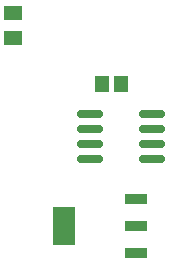
<source format=gbp>
G04*
G04 #@! TF.GenerationSoftware,Altium Limited,Altium Designer,20.0.11 (256)*
G04*
G04 Layer_Color=128*
%FSLAX43Y43*%
%MOMM*%
G71*
G01*
G75*
%ADD20R,1.300X1.450*%
%ADD40R,1.500X1.250*%
%ADD41O,2.250X0.700*%
%ADD42R,1.900X3.250*%
%ADD43R,1.900X0.950*%
D20*
X26708Y17018D02*
D03*
X25108D02*
D03*
D40*
X17526Y20921D02*
D03*
Y23021D02*
D03*
D41*
X29270Y14478D02*
D03*
Y13208D02*
D03*
Y11938D02*
D03*
Y10668D02*
D03*
X24070Y14478D02*
D03*
Y13208D02*
D03*
Y11938D02*
D03*
Y10668D02*
D03*
D42*
X21842Y5000D02*
D03*
D43*
X27942Y7300D02*
D03*
Y2700D02*
D03*
Y5000D02*
D03*
M02*

</source>
